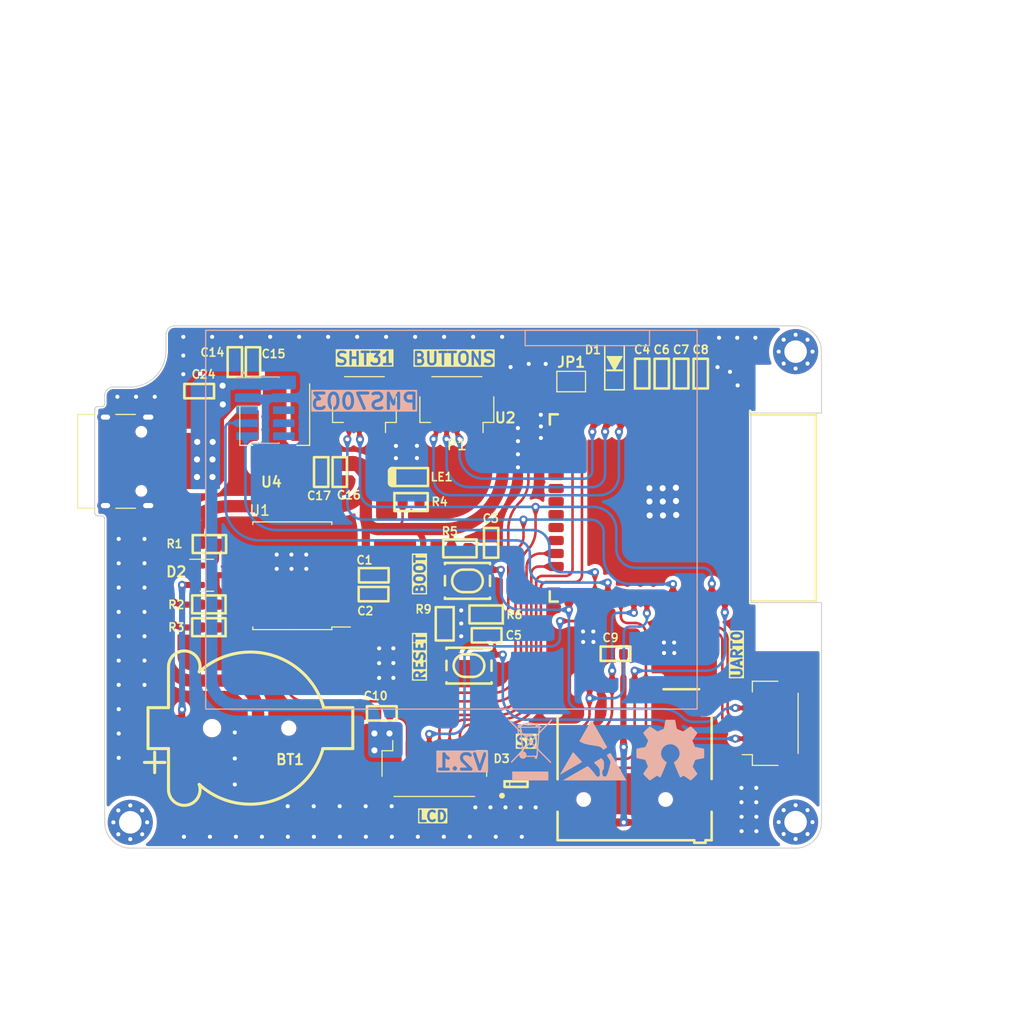
<source format=kicad_pcb>
(kicad_pcb (version 20221018) (generator pcbnew)
  (layers (0 "F.Cu" signal) (31 "B.Cu" signal) (34 "B.Paste" user) (35 "F.Paste" user) (36 "B.SilkS" user "B.Silkscreen") (37 "F.SilkS" user "F.Silkscreen") (38 "B.Mask" user) (39 "F.Mask" user) (44 "Edge.Cuts" user))
  (net 0 "")
  (net 1 "GND")
  (net 2 "Net-(D1-K)")
  (net 3 "+3.3V")
  (net 4 "VBUS")
  (net 5 "/BOOT")
  (net 6 "/RST")
  (net 9 "/RX0")
  (net 10 "/TX0")
  (net 11 "/BUTT_OK")
  (net 12 "/BUTT_UP")
  (net 13 "/BUTT_DW")
  (net 14 "/SPI_RST")
  (net 15 "/SPI_CS")
  (net 16 "/I2C_SDA")
  (net 17 "/I2C_SCL")
  (net 18 "/ESP32_TXD2")
  (net 19 "/ESP32_RXD2")
  (net 26 "Net-(D2-Pad1)")
  (net 27 "Net-(U1-VBAT)")
  (net 30 "/SPI_DC")
  (net 31 "/SPI_DIN")
  (net 32 "/SPI_SCK")
  (net 52 "/SD_CS")
  (net 53 "/SD_CLK")
  (net 54 "/SD_MISO")
  (net 55 "/SD_MOSI")
  (net 56 "+BATT")
  (net 57 "Net-(LE1-Pad1)")
  (footprint "IVS_footprints:C_0603" (layer "F.Cu") (at 69.43 88.18 180)
    (fp_text reference "C24")
    (fp_text value "10uF")
  )
  (footprint "IVS_footprints:C_0603" (layer "F.Cu") (at 114.615 86.47 90)
    (fp_text reference "C6")
    (fp_text value "1uF")
  )
  (footprint "IVS_footprints:C_0603" (layer "F.Cu") (at 110.1 113.83 180)
    (fp_text reference "C9")
    (fp_text value "100nF")
  )
  (footprint "IVS_footprints:LED0603" (layer "F.Cu") (at 90.1775 96.5675)
    (fp_text reference "LE1")
    (fp_text value "Led" hide)
  )
  (footprint "IVS_footprints:MicroSD_Socket_9P" (layer "F.Cu") (at 111.59 128.07)
    (fp_text reference "J5" hide)
    (fp_text value "Micro_SD_Card")
  )
  (footprint "IVS_footprints:C_0603" (layer "F.Cu") (at 86.465 108.01)
    (fp_text reference "C2")
    (fp_text value "10uF")
  )
  (footprint "IVS_footprints:C_0603" (layer "F.Cu") (at 116.52 86.47 90)
    (fp_text reference "C7")
    (fp_text value "100nF")
  )
  (footprint "IVS_footprints:R0603" (layer "F.Cu") (at 94.9025 103.515)
    (fp_text reference "R5")
    (fp_text value "10K" hide)
  )
  (footprint "IVS_footprints:JST_SH_SM04B-SRSS-TB_1x04-1MP_P1.00mm_Horizontal" (layer "F.Cu") (at 85.57 89.455 180)
    (fp_text reference "SENSOR1" hide)
    (fp_text value "~")
  )
  (footprint "IVS_footprints:USB_C_Receptacle_XKB_U262-16XN-4BVC11" (layer "F.Cu") (at 61.35 95.04 -90)
    (fp_text reference "J1" hide)
    (fp_text value "USB_C_Receptacle" hide)
  )
  (footprint "IVS_footprints:ESP32-WROOM-32" (layer "F.Cu") (at 113.805 99.595 -90)
    (fp_text reference "U2")
    (fp_text value "ESP32-WROOM-32D")
  )
  (footprint "IVS_footprints:C_0603" (layer "F.Cu") (at 97.51 112.035 180)
    (fp_text reference "C5")
    (fp_text value "10uF")
  )
  (footprint "Jumper:SolderJumper-2_P1.3mm_Open_Pad1.0x1.5mm" (layer "F.Cu") (at 105.77 87.245 180)
    (fp_text reference "JP1")
    (fp_text value "SolderJumper_2_Open" hide)
  )
  (footprint "Package_TO_SOT_SMD:SOT-23" (layer "F.Cu") (at 70.19 106.165)
    (fp_text reference "D2")
    (fp_text value "BAT54C")
  )
  (footprint "IVS_footprints:R0603" (layer "F.Cu") (at 70.43 103.095)
    (fp_text reference "R1")
    (fp_text value "10K" hide)
  )
  (footprint "IVS_footprints:JST_SH_SM06B-SRSS-TB_1x06-1MP_P1.00mm_Horizontal" (layer "F.Cu") (at 125.25 120.63 90)
    (fp_text reference "J4" hide)
    (fp_text value "SOCKET_1x6")
  )
  (footprint "IVS_footprints:JST_SH_SM08B-SRSS-TB_1x08-1MP_P1.00mm_Horizontal" (layer "F.Cu") (at 92.4 125.09)
    (fp_text reference "LCD1" hide)
    (fp_text value "~")
  )
  (footprint "IVS_footprints:R0603" (layer "F.Cu") (at 97.4625 110.02 180)
    (fp_text reference "R6")
    (fp_text value "10K" hide)
  )
  (footprint "IVS_footprints:C_0603" (layer "F.Cu") (at 72.912 85.344 90)
    (fp_text reference "C14")
    (fp_text value "1uF")
  )
  (footprint "IVS_footprints:D_MiniMELF" (layer "F.Cu") (at 110 85.55 90)
    (fp_text reference "D1")
    (fp_text value "D_Zener")
  )
  (footprint "IVS_footprints:C_0603" (layer "F.Cu") (at 74.69 85.344 90)
    (fp_text reference "C15")
    (fp_text value "100nF")
  )
  (footprint "IVS_footprints:R0603" (layer "F.Cu") (at 90.13 98.9925)
    (fp_text reference "R4")
    (fp_text value "5k6" hide)
  )
  (footprint "MountingHole:MountingHole_2.2mm_M2_Pad_Via" (layer "F.Cu") (at 62.7 130.3)
    (fp_text reference "H3" hide)
    (fp_text value "MountingHole")
  )
  (footprint "IVS_footprints:SW_SPST_PTS810" (layer "F.Cu") (at 95.599826 106.740144)
    (fp_text reference "SW1" hide)
    (fp_text value "BOOT" hide)
  )
  (footprint "IVS_footprints:SW_SPST_PTS810" (layer "F.Cu") (at 95.749826 115.020144)
    (fp_text reference "SW3" hide)
    (fp_text value "RESET" hide)
  )
  (footprint "MountingHole:MountingHole_2.2mm_M2_Pad_Via" (layer "F.Cu") (at 127.69 130.28)
    (fp_text reference "H2" hide)
    (fp_text value "MountingHole")
  )
  (footprint "MountingHole:MountingHole_2.2mm_M2_Pad_Via" (layer "F.Cu") (at 127.69 84.323274)
    (fp_text reference "H1" hide)
    (fp_text value "MountingHole")
  )
  (footprint "IVS_footprints:TSSOP-6" (layer "F.Cu") (at 100.41 126.57)
    (fp_text reference "D3")
    (fp_text value "SMF05C" hide)
  )
  (footprint "IVS_footprints:C_0603" (layer "F.Cu") (at 87.27 119.66 180)
    (fp_text reference "C10")
    (fp_text value "10uF")
  )
  (footprint "IVS_footprints:BatteryHolder_CR1220" (layer "F.Cu") (at 74.435 121.100003 180)
    (fp_text reference "BT1")
    (fp_text value "Battery_Cell" hide)
  )
  (footprint "IVS_footprints:C_0603" (layer "F.Cu") (at 81.35 96.085 -90)
    (fp_text reference "C17")
    (fp_text value "100nF")
  )
  (footprint "IVS_footprints:C_0603" (layer "F.Cu") (at 86.485 106.17)
    (fp_text reference "C1")
    (fp_text value "10uF")
  )
  (footprint "IVS_footprints:R0603" (layer "F.Cu") (at 93.44 110.91 -90)
    (fp_text reference "R9")
    (fp_text value "10K" hide)
  )
  (footprint "IVS_footprints:JST_SH_SM05B-SRSS-TB_1x05-1MP_P1.00mm_Horizontal" (layer "F.Cu") (at 94.6 89.454 180)
    (fp_text reference "P1")
    (fp_text value "~")
  )
  (footprint "IVS_footprints:C_0603" (layer "F.Cu") (at 112.71 86.47 90)
    (fp_text reference "C4")
    (fp_text value "10uF")
  )
  (footprint "IVS_footprints:R0603" (layer "F.Cu") (at 70.38 111.265 180)
    (fp_text reference "R3")
    (fp_text value "10K" hide)
  )
  (footprint "IVS_footprints:C_0603" (layer "F.Cu") (at 118.425 86.47 90)
    (fp_text reference "C8")
    (fp_text value "33pF")
  )
  (footprint "IVS_footprints:C_0603" (layer "F.Cu") (at 97.95 103 90)
    (fp_text reference "C3")
    (fp_text value "10uF")
  )
  (footprint "Package_SO:SOIC-16W_7.5x10.3mm_P1.27mm" (layer "F.Cu") (at 78.53 106.215 180)
    (fp_text reference "U1")
    (fp_text value "DS3231M")
  )
  (footprint "Package_TO_SOT_SMD:SOT-223-3_TabPin2" (layer "F.Cu") (at 76.81 91.57 -90)
    (fp_text reference "U4")
    (fp_text value "AMS1117-3.3")
  )
  (footprint "IVS_footprints:C_0603" (layer "F.Cu") (at 83.16 96.085 -90)
    (fp_text reference "C16")
    (fp_text value "1uF")
  )
  (footprint "IVS_footprints:R0603" (layer "F.Cu") (at 70.38 109.035 180)
    (fp_text reference "R2")
    (fp_text value "10K" hide)
  )
  (footprint "Symbol:OSHW-Symbol_6.7x6mm_SilkScreen" (layer "B.Cu") (at 115.46 123.260288 180)
    (fp_text reference "REF**" hide)
    (fp_text value "OSHW-Symbol_6.7x6mm_SilkScreen" hide)
  )
  (footprint "Symbol:WEEE-Logo_4.2x6mm_SilkScreen" (layer "B.Cu") (at 101.76 123.190349 180)
    (fp_text reference "REF**" hide)
    (fp_text value "WEEE-Logo_4.2x6mm_SilkScreen" hide)
  )
  (footprint "Symbol:ESD-Logo_6.6x6mm_SilkScreen" (layer "B.Cu") (at 107.91 123.25 180)
    (fp_text reference "REF**" hide)
    (fp_text value "ESD-Logo_6.6x6mm_SilkScreen" hide)
  )
  (footprint "IVS_footprints:PMS7003" (layer "B.Cu") (at 94.17 99.74 180)
    (fp_text reference "SENSOR2" hide)
    (fp_text value "PMS7003")
  )
  (gr_arc (start 60.199324 89.4) (mid 60.113051 89.608313) (end 59.904738 89.694586) (stroke (width 0.1)) (layer "Edge.Cuts"))
  (gr_line (start 60.2 130.3) (end 60.2 100.66) (stroke (width 0.1)) (layer "Edge.Cuts"))
  (gr_arc (start 62.72 132.82) (mid 60.938091 132.081909) (end 60.2 130.3) (stroke (width 0.1)) (layer "Edge.Cuts"))
  (gr_line (start 60.199324 89.4) (end 60.199324 88.626949) (stroke (width 0.1)) (layer "Edge.Cuts"))
  (gr_line (start 130.22 108.83) (end 130.22 130.3) (stroke (width 0.1)) (layer "Edge.Cuts"))
  (gr_arc (start 59.904738 100.36) (mid 60.113051 100.446273) (end 60.199324 100.654586) (stroke (width 0.1)) (layer "Edge.Cuts"))
  (gr_arc (start 130.22 130.3) (mid 129.481909 132.081909) (end 127.7 132.82) (stroke (width 0.1)) (layer "Edge.Cuts"))
  (gr_arc (start 60.199324 88.626949) (mid 60.445552 88.032501) (end 61.04 87.786273) (stroke (width 0.1)) (layer "Edge.Cuts"))
  (gr_line (start 130.22 90.32) (end 123.32625 90.32) (stroke (width 0.1)) (layer "Edge.Cuts"))
  (gr_line (start 130.22 84.32) (end 130.22 90.32) (stroke (width 0.1)) (layer "Edge.Cuts"))
  (gr_line (start 66.186273 84.24) (end 66.186273 82.64) (stroke (width 0.1)) (layer "Edge.Cuts"))
  (gr_arc (start 66.186273 82.64) (mid 66.432501 82.045552) (end 67.026949 81.799324) (stroke (width 0.1)) (layer "Edge.Cuts"))
  (gr_arc (start 59.22 89.99) (mid 59.306273 89.781687) (end 59.514586 89.695414) (stroke (width 0.1)) (layer "Edge.Cuts"))
  (gr_line (start 59.904738 89.694586) (end 59.52 89.694586) (stroke (width 0.1)) (layer "Edge.Cuts"))
  (gr_line (start 62.64 87.786273) (end 61.04 87.786273) (stroke (width 0.1)) (layer "Edge.Cuts"))
  (gr_arc (start 59.514586 100.36) (mid 59.306273 100.273727) (end 59.22 100.065414) (stroke (width 0.1)) (layer "Edge.Cuts"))
  (gr_arc (start 127.7 81.8) (mid 129.481897 82.538093) (end 130.22 84.32) (stroke (width 0.1)) (layer "Edge.Cuts"))
  (gr_line (start 123.32625 90.32) (end 123.32625 108.83) (stroke (width 0.1)) (layer "Edge.Cuts"))
  (gr_line (start 59.904738 100.36) (end 59.51 100.36) (stroke (width 0.1)) (layer "Edge.Cuts"))
  (gr_line (start 67.02 81.8) (end 127.7 81.8) (stroke (width 0.1)) (layer "Edge.Cuts"))
  (gr_line (start 59.22 100.065414) (end 59.22 89.99) (stroke (width 0.1)) (layer "Edge.Cuts"))
  (gr_line (start 123.32625 108.83) (end 130.22 108.83) (stroke (width 0.1)) (layer "Edge.Cuts"))
  (gr_line (start 127.7 132.82) (end 62.72 132.82) (stroke (width 0.1)) (layer "Edge.Cuts"))
  (gr_arc (start 66.186273 84.24) (mid 65.147594 86.747594) (end 62.64 87.786273) (stroke (width 0.1)) (layer "Edge.Cuts"))
  (gr_text "V2.1" (at 95.05 124.423885) (layer "B.SilkS" knockout) (effects (font (size 1.5 1.5) (thickness 0.3) bold) (justify mirror)))
  (gr_text "PMS7003" (at 85.59 89.19) (layer "B.SilkS" knockout) (effects (font (size 1.5 1.5) (thickness 0.3)) (justify mirror)))
  (gr_text "SHT31" (at 85.59 85) (layer "F.SilkS" knockout) (effects (font (size 1.2 1.2) (thickness 0.24) bold)))
  (gr_text "BUTTONS" (at 94.3 85.01) (layer "F.SilkS" knockout) (effects (font (size 1.2 1.2) (thickness 0.24) bold)))
  (gr_text "SD" (at 101.38 122.43) (layer "F.SilkS" knockout) (effects (font (size 1 1) (thickness 0.24) bold)))
  (gr_text "RESET" (at 91 114.2 90) (layer "F.SilkS" knockout) (effects (font (size 1 1) (thickness 0.24) bold)))
  (gr_text "LCD" (at 92.22 129.72) (layer "F.SilkS" knockout) (effects (font (size 1 1) (thickness 0.24) bold)))
  (gr_text "UART0" (at 121.96 113.92 90) (layer "F.SilkS" knockout) (effects (font (size 1 1) (thickness 0.24) bold)))
  (gr_text "BOOT" (at 91 106.11 90) (layer "F.SilkS" knockout) (effects (font (size 1 1) (thickness 0.24) bold)))
  (segment (start 100.41 126.9) (end 100.41 127.52) (width 0.25) (layer "F.Cu") (net 1))
  (segment (start 98.71 128.606105) (end 98.71 127.012055) (width 0.25) (layer "F.Cu") (net 1))
  (segment (start 99.152055 126.57) (end 100.08 126.57) (width 0.25) (layer "F.Cu") (net 1))
  (segment (start 100.41 127.52) (end 100.41 128.4225) (width 0.25) (layer "F.Cu") (net 1))
  (segment (start 99.355 128.84) (end 98.943895 128.84) (width 0.25) (layer "F.Cu") (net 1))
  (via (at 123.86 131.17) (size 0.8) (drill 0.4) (layers "F.Cu" "B.Cu") (net 1))
  (via (at 61.57 114.49894) (size 0.8) (drill 0.4) (layers "F.Cu" "B.Cu") (net 1))
  (via (at 122.4 126.93) (size 0.8) (drill 0.4) (layers "F.Cu" "B.Cu") (net 1))
  (via (at 100.57 93.07) (size 0.8) (drill 0.4) (layers "F.Cu" "B.Cu") (net 1))
  (via (at 99.85 85.83) (size 0.8) (drill 0.4) (layers "F.Cu" "B.Cu") (net 1))
  (via (at 90.52666 82.88) (size 0.8) (drill 0.4) (layers "F.Cu" "B.Cu") (net 1))
  (via (at 61.57 109.747364) (size 0.8) (drill 0.4) (layers "F.Cu" "B.Cu") (net 1))
  (via (at 122.41 131.17) (size 0.8) (drill 0.4) (layers "F.Cu" "B.Cu") (net 1))
  (via (at 90.7 94.72) (size 0.8) (drill 0.4) (layers "F.Cu" "B.Cu") (net 1))
  (via (at 80.618419 128.73) (size 0.8) (drill 0.4) (layers "F.Cu" "B.Cu") (net 1))
  (via (at 67.942636 131.71) (size 0.8) (drill 0.4) (layers "F.Cu" "B.Cu") (net 1))
  (via (at 85.711569 131.71) (size 0.8) (drill 0.4) (layers "F.Cu" "B.Cu") (net 1))
  (via (at 88.249988 131.71) (size 0.8) (drill 0.4) (layers "F.Cu" "B.Cu") (net 1))
  (via (at 95.865245 131.71) (size 0.8) (drill 0.4) (layers "F.Cu" "B.Cu") (net 1))
  (via (at 87.01 113.305) (size 0.8) (drill 0.4) (layers "F.Cu" "B.Cu") (net 1))
  (via (at 95.03 110.88) (size 0.8) (drill 0.4) (layers "F.Cu" "B.Cu") (net 1))
  (via (at 101.62 85.52) (size 0.8) (drill 0.4) (layers "F.Cu" "B.Cu") (net 1))
  (via (at 64.09 104.995788) (size 0.8) (drill 0.4) (layers "F.Cu" "B.Cu") (net 1))
  (via (at 78.45 105.54) (size 0.8) (drill 0.4) (layers "F.Cu" "B.Cu") (net 1))
  (via (at 100.942092 131.71) (size 0.8) (drill 0.4) (layers "F.Cu" "B.Cu") (net 1))
  (via (at 64.09 112.123152) (size 0.8) (drill 0.4) (layers "F.Cu" "B.Cu") (net 1))
  (via (at 77 104.15) (size 0.8) (drill 0.4) (layers "F.Cu" "B.Cu") (net 1))
  (via (at 61.57 107.371576) (size 0.8) (drill 0.4) (layers "F.Cu" "B.Cu") (net 1))
  (via (at 78.445 104.15) (size 0.8) (drill 0.4) (layers "F.Cu" "B.Cu") (net 1))
  (via (at 100.57 94.35) (size 0.8) (drill 0.4) (layers "F.Cu" "B.Cu") (net 1))
  (via (at 87.69428 82.88) (size 0.8) (drill 0.4) (layers "F.Cu" "B.Cu") (net 1))
  (via (at 114.83 112.74) (size 0.8) (drill 0.4) (layers "F.Cu" "B.Cu") (net 1))
  (via (at 88.65 94.73) (size 0.8) (drill 0.4) (layers "F.Cu" "B.Cu") (net 1))
  (via (at 64.09 102.62) (size 0.8) (drill 0.4) (layers "F.Cu" "B.Cu") (net 1))
  (via (at 83.17315 131.71) (size 0.8) (drill 0.4) (layers "F.Cu" "B.Cu") (net 1))
  (via (at 73.019474 131.71) (size 0.8) (drill 0.4) (layers "F.Cu" "B.Cu") (net 1))
  (via (at 78.08 128.73) (size 0.8) (drill 0.4) (layers "F.Cu" "B.Cu") (net 1))
  (via (at 73.53238 82.88) (size 0.8) (drill 0.4) (layers "F.Cu" "B.Cu") (net 1))
  (via (at 88.233676 128.73) (size 0.8) (drill 0.4) (layers "F.Cu" "B.Cu") (net 1))
  (via (at 99.0238 82.88) (size 0.8) (drill 0.4) (layers "F.Cu" "B.Cu") (net 1))
  (via (at 88.4 113.3) (size 0.8) (drill 0.4) (layers "F.Cu" "B.Cu") (net 1))
  (via (at 106.94 112.68) (size 0.8) (drill 0.4) (layers "F.Cu" "B.Cu") (net 1))
  (via (at 102.81 92.76) (size 0.8) (drill 0.4) (layers "F.Cu" "B.Cu") (net 1))
  (via (at 83.156838 128.73) (size 0.8) (drill 0.4) (layers "F.Cu" "B.Cu") (net 1))
  (via (at 100.8275 128.84) (size 0.8) (drill 0.4) (layers "F.Cu" "B.Cu") (net 1))
  (via (at 67.88 82.88) (size 0.8) (drill 0.4) (layers "F.Cu" "B.Cu") (net 1))
  (via (at 120.06 85.84) (size 0.8) (drill 0.4) (layers "F.Cu" "B.Cu") (net 1))
  (via (at 100.57 95.63) (size 0.8) (drill 0.4) (layers "F.Cu" "B.Cu") (net 1))
  (via (at 122.03 87.62) (size 0.8) (drill 0.4) (layers "F.Cu" "B.Cu") (net 1))
  (via (at 107.93 111.66) (size 0.8) (drill 0.4) (layers "F.Cu" "B.Cu") (net 1))
  (via (at 121.28 86.29) (size 0.8) (drill 0.4) (layers "F.Cu" "B.Cu") (net 1))
  (via (at 122.4 128.343333) (size 0.8) (drill 0.4) (layers "F.Cu" "B.Cu") (net 1))
  (via (at 121.9865 82.97) (size 0.8) (drill 0.4) (layers "F.Cu" "B.Cu") (net 1))
  (via (at 115.84 113.76) (size 0.8) (drill 0.4) (layers "F.Cu" "B.Cu") (net 1))
  (via (at 106.93 111.66) (size 0.8) (drill 0.4) (layers "F.Cu" "B.Cu") (net 1))
  (via (at 88.4 116.19) (size 0.8) (drill 0.4) (layers "F.Cu" "B.Cu") (net 1))
  (via (at 64.09 109.747364) (size 0.8) (drill 0.4) (layers "F.Cu" "B.Cu") (net 1))
  (via (at 65.09 88.73) (size 0.8) (drill 0.4) (layers "F.Cu" "B.Cu") (net 1))
  (via (at 72.91 126.601581) (size 0.8) (drill 0.4) (layers "F.Cu" "B.Cu") (net 1))
  (via (at 98.403664 131.71) (size 0.8) (drill 0.4) (layers "F.Cu" "B.Cu") (net 1))
  (via (at 87.01 116.195) (size 0.8) (drill 0.4) (layers "F.Cu" "B.Cu") (net 1))
  (via (at 123.761 82.97) (size 0.8) (drill 0.4) (layers "F.Cu" "B.Cu") (net 1))
  (via (at 61.57 124.002092) (size 0.8) (drill 0.4) (layers "F.Cu" "B.Cu") (net 1))
  (via (at 76.36476 82.88) (size 0.8) (drill 0.4) (layers "F.Cu" "B.Cu") (net 1))
  (via (at 102.3 128.84) (size 0.8) (drill 0.4) (layers "F.Cu" "B.Cu") (net 1))
  (via (at 103.28 85.52) (size 0.8) (drill 0.4) (layers "F.Cu" "B.Cu") (net 1))
  (via (at 114.84 113.76) (size 0.8) (drill 0.4) (layers "F.Cu" "B.Cu") (net 1))
  (via (at 64.09 114.49894) (size 0.8) (drill 0.4) (layers "F.Cu" "B.Cu") (net 1))
  (via (at 102.8 90.49) (size 0.8) (drill 0.4) (layers "F.Cu" "B.Cu") (net 1))
  (via (at 100.56 91.79) (size 0.8) (drill 0.4) (layers "F.Cu" "B.Cu") (net 1))
  (via (at 67.88 84.705) (size 0.8) (drill 0.4) (layers "F.Cu" "B.Cu") (net 1))
  (via (at 96.19142 82.88) (size 0.8) (drill 0.4) (layers "F.Cu" "B.Cu") (net 1))
  (via (at 90.7 93.52) (size 0.8) (drill 0.4) (layers "F.Cu" "B.Cu") (net 1))
  (via (at 99.355 128.84) (size 0.8) (drill 0.4) (layers "F.Cu" "B.Cu") (net 1))
  (via (at 88.65 93.53) (size 0.8) (drill 0.4) (layers "F.Cu" "B.Cu") (net 1))
  (via (at 79.19714 82.88) (size 0.8) (drill 0.4) (layers "F.Cu" "B.Cu") (net 1))
  (via (at 97.8825 128.84) (size 0.8) (drill 0.4) (layers "F.Cu" "B.Cu") (net 1))
  (via (at 70.7 82.88) (size 0.8) (drill 0.4) (layers "F.Cu" "B.Cu") (net 1))
  (via (at 77.005 105.54) (size 0.8) (drill 0.4) (layers "F.Cu" "B.Cu") (net 1))
  (via (at 79.89 104.15) (size 0.8) (drill 0.4) (layers "F.Cu" "B.Cu") (net 1))
  (via (at 93.35904 82.88) (size 0.8) (drill 0.4) (layers "F.Cu" "B.Cu") (net 1))
  (via (at 122.41 129.756666) (size 0.8) (drill 0.4) (layers "F.Cu" "B.Cu") (net 1))
  (via (at 93.326826 131.71) (size 0.8) (drill 0.4) (layers "F.Cu" "B.Cu") (net 1))
  (via (at 61.57 119.250516) (size 0.8) (drill 0.4) (layers "F.Cu" "B.Cu") (net 1))
  (via (at 61.44 88.73) (size 0.8) (drill 0.4) (layers "F.Cu" "B.Cu") (net 1))
  (via (at 82.02952 82.88) (size 0.8) (drill 0.4) (layers "F.Cu" "B.Cu") (net 1))
  (via (at 120.212 82.97) (size 0.8) (drill 0.4) (layers "F.Cu" "B.Cu") (net 1))
  (via (at 87.01 114.75) (size 0.8) (drill 0.4) (layers "F.Cu" "B.Cu") (net 1))
  (via (at 85.695257 128.73) (size 0.8) (drill 0.4) (layers "F.Cu" "B.Cu") (net 1))
  (via (at 95.03 112.13) (size 0.8) (drill 0.4) (layers "F.Cu" "B.Cu") (net 1))
  (via (at 88.4 114.745) (size 0.8) (drill 0.4) (layers "F.Cu" "B.Cu") (net 1))
  (via (at 80.634731 131.71) (size 0.8) (drill 0.4) (layers "F.Cu" "B.Cu") (net 1))
  (via (at 123.86 129.756666) (size 0.8) (drill 0.4) (layers "F.Cu" "B.Cu") (net 1))
  (via (at 75.557893 131.71) (size 0.8) (drill 0.4) (layers "F.Cu" "B.Cu") (net 1))
  (via (at 123.85 128.343333) (size 0.8) (drill 0.4) (layers "F.Cu" "B.Cu") (net 1))
  (via (at 61.57 104.995788) (size 0.8) (drill 0.4) (layers "F.Cu" "B.Cu") (net 1))
  (via (at 63.265 88.73) (size 0.8) (drill 0.4) (layers "F.Cu" "B.Cu") (net 1))
  (via (at 64.09 116.874728) (size 0.8) (drill 0.4) (layers "F.Cu" "B.Cu") (net 1))
  (via (at 61.57 102.62) (size 0.8) (drill 0.4) (layers "F.Cu" "B.Cu") (net 1))
  (via (at 96.41 128.84) (size 0.8) (drill 0.4) (layers "F.Cu" "B.Cu") (net 1))
  (via (at 115.83 112.74) (size 0.8) (drill 0.4) (layers "F.Cu" "B.Cu") (net 1))
  (via (at 61.57 116.874728) (size 0.8) (drill 0.4) (layers "F.Cu" "B.Cu") (net 1))
  (via (at 90.788407 131.71) (size 0.8) (drill 0.4) (layers "F.Cu" "B.Cu") (net 1))
  (via (at 78.096312 131.71) (size 0.8) (drill 0.4) (layers "F.Cu" "B.Cu") (net 1))
  (via (at 72.91 124.063162) (size 0.8) (drill 0.4) (layers "F.Cu" "B.Cu") (net 1))
  (via (at 67.88 86.53) (size 0.8) (drill 0.4) (layers "F.Cu" "B.Cu") (net 1))
  (via (at 64.09 107.371576) (size 0.8) (drill 0.4) (layers "F.Cu" "B.Cu") (net 1))
  (via (at 61.57 121.626304) (size 0.8) (drill 0.4) (layers "F.Cu" "B.Cu") (net 1))
  (via (at 102.81 91.63) (size 0.8) (drill 0.4) (layers "F.Cu" "B.Cu") (net 1))
  (via (at 72.91 121.524743) (size 0.8) (drill 0.4) (layers "F.Cu" "B.Cu") (net 1))
  (via (at 107.94 112.68) (size 0.8) (drill 0.4) (layers "F.Cu" "B.Cu") (net 1))
  (via (at 61.57 112.123152) (size 0.8) (drill 0.4) (layers "F.Cu" "B.Cu") (net 1))
  (via (at 123.85 126.93) (size 0.8) (drill 0.4) (layers "F.Cu" "B.Cu") (net 1))
  (via (at 95.03 109.6) (size 0.8) (drill 0.4) (layers "F.Cu" "B.Cu") (net 1))
  (via (at 70.481055 131.71) (size 0.8) (drill 0.4) (layers "F.Cu" "B.Cu") (net 1))
  (via (at 79.895 105.54) (size 0.8) (drill 0.4) (layers "F.Cu" "B.Cu") (net 1))
  (via (at 84.8619 82.88) (size 0.8) (drill 0.4) (layers "F.Cu" "B.Cu") (net 1))
  (arc (start 98.71 127.012055) (mid 98.839475 126.699475) (end 99.152055 126.57) (width 0.25) (layer "F.Cu") (net 1))
  (arc (start 100.08 126.57) (mid 100.313345 126.666655) (end 100.41 126.9) (width 0.25) (layer "F.Cu") (net 1))
  (arc (start 100.41 128.4225) (mid 100.532283 128.717717) (end 100.8275 128.84) (width 0.25) (layer "F.Cu") (net 1))
  (arc (start 98.943895 128.84) (mid 98.778506 128.771494) (end 98.71 128.606105) (width 0.25) (layer "F.Cu") (net 1))
  (segment (start 120.785 88.221136) (end 120.785 90.845) (width 1) (layer "F.Cu") (net 2))
  (segment (start 118.425 87.245) (end 119.808864 87.245) (width 1.2) (layer "F.Cu") (net 2))
  (segment (start 118.425 87.245) (end 106.52 87.245) (width 1.2) (layer "F.Cu") (net 2))
  (arc (start 119.808864 87.245) (mid 120.499096 87.530904) (end 120.785 88.221136) (width 1) (layer "F.Cu") (net 2))
  (segment (start 85.02251 109.39) (end 83.18 109.39) (width 0.6) (layer "F.Cu") (net 3))
  (segment (start 66.31 114.06) (end 66.31 109.28) (width 1.2) (layer "F.Cu") (net 3))
  (segment (start 66.31 107.45) (end 66.31 105.495) (width 1.2) (layer "F.Cu") (net 3))
  (segment (start 68.71 116.46) (end 71.948847 116.46) (width 1.2) (layer "F.Cu") (net 3))
  (segment (start 93.44 110.08) (end 92.613625 110.08) (width 0.6) (layer "F.Cu") (net 3))
  (segment (start 96.6 91.454) (end 97.760132 91.454) (width 0.6) (layer "F.Cu") (net 3))
  (segment (start 99.07 89.62) (end 99.07 95.938472) (width 1.2) (layer "F.Cu") (net 3))
  (segment (start 105.12 87.245) (end 101.445 87.245) (width 1.2) (layer "F.Cu") (net 3))
  (segment (start 69.56 111.265) (end 67.955279 111.265) (width 0.6) (layer "F.Cu") (net 3))
  (segment (start 117.35 128.57) (end 117.35 127.07) (width 0.6) (layer "F.Cu") (net 3))
  (segment (start 72.385003 99.42) (end 83.09 99.42) (width 1.2) (layer "F.Cu") (net 3))
  (segment (start 87.07 93.925443) (end 87.07 91.455) (width 0.6) (layer "F.Cu") (net 3))
  (segment (start 75.18 119.691153) (end 75.18 127.1) (width 1.2) (layer "F.Cu") (net 3))
  (segment (start 66.31 109.28) (end 66.31 107.45) (width 1.2) (layer "F.Cu") (net 3))
  (segment (start 81.68 130.31) (end 88.39 130.31) (width 0.8) (layer "F.Cu") (net 3))
  (segment (start 83.15 95.23) (end 84.85 95.23) (width 1.2) (layer "F.Cu") (net 3))
  (segment (start 89.3 98.9925) (end 89.3 100.623116) (width 0.25) (layer "F.Cu") (net 3))
  (segment (start 85.71 96.09) (end 85.71 100.455) (width 1.2) (layer "F.Cu") (net 3))
  (segment (start 86.91 101.655) (end 88.268116 101.655) (width 0.25) (layer "F.Cu") (net 3))
  (segment (start 91.32 108.786375) (end 91.32 103) (width 0.6) (layer "F.Cu") (net 3))
  (segment (start 110.87 116.845) (end 110.87 122.92) (width 0.6) (layer "F.Cu") (net 3))
  (segment (start 110.875 113.83) (end 110.875 116.84) (width 0.4) (layer "F.Cu") (net 3))
  (segment (start 69.56 109.035) (end 67.895 109.035) (width 0.6) (layer "F.Cu") (net 3))
  (segment (start 85.71 100.455) (end 85.71 107.99) (width 0.8) (layer "F.Cu") (net 3))
  (segment (start 119.41 125.01) (end 123.39 125.01) (width 0.6) (layer "F.Cu") (net 3))
  (segment (start 88.39 130.31) (end 110.9 130.31) (width 0.8) (layer "F.Cu") (net 3))
  (segment (start 69.6 103.095) (end 69.6 102.205003) (width 0.6) (layer "F.Cu") (net 3))
  (segment (start 90.32 130.31) (end 88.39 130.31) (width 0.6) (layer "F.Cu") (net 3))
  (segment (start 95.97 124.66) (end 95.97 123.09) (width 0.6) (layer "F.Cu") (net 3))
  (segment (start 66.31 109.28) (end 66.31 109.619721) (width 0.6) (layer "F.Cu") (net 3))
  (segment (start 125.62 122.78) (end 125.62 119.068756) (width 0.6) (layer "F.Cu") (net 3))
  (segment (start 99.07 92.763868) (end 99.07 95.938472) (width 0.6) (layer "F.Cu") (net 3))
  (segment (start 124.681244 118.13) (end 123.25 118.13) (width 0.6) (layer "F.Cu") (net 3))
  (segment (start 93.353472 101.655) (end 86.91 101.655) (width 1.2) (layer "F.Cu") (net 3))
  (segment (start 85.765443 95.23) (end 81.34 95.23) (width 0.6) (layer "F.Cu") (net 3))
  (segment (start 85.69 108.01) (end 85.69 108.72251) (width 0.6) (layer "F.Cu") (net 3))
  (segment (start 94.0725 103.515) (end 94.0725 102.374028) (width 0.4) (layer "F.Cu") (net 3))
  (segment (start 89.975 101.655) (end 88.268116 101.655) (width 0.6) (layer "F.Cu") (net 3))
  (segment (start 85.71 96.8) (end 85.71 96.09) (width 1.2) (layer "F.Cu") (net 3))
  (segment (start 110.9 130.31) (end 115.61 130.31) (width 0.6) (layer "F.Cu") (net 3))
  (segment (start 81.68 130.31) (end 78.39 130.31) (width 0.8) (layer "F.Cu") (net 3))
  (via (at 110.9 122.95) (size 0.8) (drill 0.4) (layers "F.Cu" "B.Cu") (net 3))
  (via (at 110.9 130.31) (size 0.8) (drill 0.4) (layers "F.Cu" "B.Cu") (net 3))
  (arc (start 110.87 122.92) (mid 110.878787 122.941213) (end 110.9 122.95) (width 0.25) (layer "F.Cu") (net 3))
  (arc (start 101.445 87.245) (mid 99.765621 87.940621) (end 99.07 89.62) (width 1.2) (layer "F.Cu") (net 3))
  (arc (start 94.0725 102.374028) (mid 93.861902 101.865598) (end 93.353472 101.655) (width 0.4) (layer "F.Cu") (net 3))
  (arc (start 67.955279 111.265) (mid 66.791891 110.783109) (end 66.31 109.619721) (width 0.6) (layer "F.Cu") (net 3))
  (arc (start 110.875 116.84) (mid 110.873536 116.843536) (end 110.87 116.845) (width 0.4) (layer "F.Cu") (net 3))
  (arc (start 91.32 103) (mid 90.926059 102.048941) (end 89.975 101.655) (width 0.6) (layer "F.Cu") (net 3))
  (arc (start 92.613625 110.08) (mid 91.698894 109.701106) (end 91.32 108.786375) (width 0.6) (layer "F.Cu") (net 3))
  (arc (start 69.6 102.205003) (mid 70.415708 100.235708) (end 72.385003 99.42) (width 0.6) (layer "F.Cu") (net 3))
  (arc (start 68.71 116.46) (mid 67.012944 115.757056) (end 66.31 114.06) (width 1.2) (layer "F.Cu") (net 3))
  (arc (start 85.71 100.455) (mid 86.061472 101.303528) (end 86.91 101.655) (width 1.2) (layer "F.Cu") (net 3))
  (arc (start 97.760132 91.454) (mid 98.686349 91.837651) (end 99.07 92.763868) (width 0.6) (layer "F.Cu") (net 3))
  (arc (start 99.07 95.938472) (mid 97.395668 99.980668) (end 93.353472 101.655) (width 1.2) (layer "F.Cu") (net 3))
  (arc (start 66.31 105.495) (mid 68.089327 101.199326) (end 72.385003 99.42) (width 1.2) (layer "F.Cu") (net 3))
  (arc (start 115.61 130.31) (mid 116.840366 129.800366) (end 117.35 128.57) (width 0.6) (layer "F.Cu") (net 3))
  (arc (start 89.3 100.623116) (mid 88.997768 101.352768) (end 88.268116 101.655) (width 0.25) (layer "F.Cu") (net 3))
  (arc (start 85.02251 109.39) (mid 85.494497 109.194497) (end 85.69 108.72251) (width 0.6) (layer "F.Cu") (net 3))
  (arc (start 83.09 99.42) (mid 84.94262 98.65262) (end 85.71 96.8) (width 1.2) (layer "F.Cu") (net 3))
  (arc (start 95.97 124.66) (mid 94.315153 128.655153) (end 90.32 130.31) (width 0.6) (layer "F.Cu") (net 3))
  (arc (start 84.85 95.23) (mid 85.458112 95.481888) (end 85.71 96.09) (width 1.2) (layer "F.Cu") (net 3))
  (arc (start 67.895 109.035) (mid 66.774236 108.570764) (end 66.31 107.45) (width 0.6) (layer "F.Cu") (net 3))
  (arc (start 85.765443 95.23) (mid 86.687904 94.847904) (end 87.07 93.925443) (width 0.6) (layer "F.Cu") (net 3))
  (arc (start 117.35 127.07) (mid 117.95336 125.61336) (end 119.41 125.01) (width 0.6) (layer "F.Cu") (net 3))
  (arc (start 125.62 119.068756) (mid 125.345045 118.404955) (end 124.681244 118.13) (width 0.6) (layer "F.Cu") (net 3))
  (arc (start 71.948847 116.46) (mid 74.233617 117.406383) (end 75.18 119.691153) (width 1.2) (layer "F.Cu") (net 3))
  (arc (start 123.39 125.01) (mid 124.966848 124.356848) (end 125.62 122.78) (width 0.6) (layer "F.Cu") (net 3))
  (arc (start 78.39 130.31) (mid 76.120187 129.369813) (end 75.18 127.1) (width 1) (layer "F.Cu") (net 3))
  (segment (start 110.9 122.95) (end 110.9 130.31) (width 0.6) (layer "B.Cu") (net 3))
  (segment (start 88.045 119.66) (end 88.045 121.595) (width 0.25) (layer "F.Cu") (net 4))
  (via (at 69.22 96.57) (size 1) (drill 0.6) (layers "F.Cu" "B.Cu") (net 4))
  (via (at 71.72 87.65) (size 1) (drill 0.6) (layers "F.Cu" "B.Cu") (net 4))
  (via (at 88.02 121.62) (size 1) (drill 0.6) (layers "F.Cu" "B.Cu") (net 4))
  (via (at 86.55 123.27) (size 1) (drill 0.6) (layers "F.Cu" "B.Cu") (net 4))
  (via (at 69.24 93.14) (size 1) (drill 0.6) (layers "F.Cu" "B.Cu") (net 4))
  (via (at 69.22 94.855) (size 1) (drill 0.6) (layers "F.Cu" "B.Cu") (net 4))
  (via (at 70.73 96.57) (size 1) (drill 0.6) (layers "F.Cu" "B.Cu") (net 4))
  (via (at 70.73 94.855) (size 1) (drill 0.6) (layers "F.Cu" "B.Cu") (net 4))
  (via (at 70.75 93.14) (size 1) (drill 0.6) (layers "F.Cu" "B.Cu") (net 4))
  (via (at 71.74 89.48) (size 1) (drill 0.6) (layers "F.Cu" "B.Cu") (net 4))
  (via (at 86.55 121.62) (size 1) (drill 0.6) (layers "F.Cu" "B.Cu") (net 4))
  (arc (start 88.045 121.595) (mid 88.037678 121.612678) (end 88.02 121.62) (width 0.25) (layer "F.Cu") (net 4))
  (segment (start 86.55 123.27) (end 86.55 120.290509) (width 1.2) (layer "B.Cu") (net 4))
  (segment (start 70.61 93.918242) (end 70.61 116.24) (width 1.2) (layer "B.Cu") (net 4))
  (segment (start 73.24 118.87) (end 85.129491 118.87) (width 1.2) (layer "B.Cu") (net 4))
  (arc (start 85.129491 118.87) (mid 86.133943 119.286057) (end 86.55 120.290509) (width 1.2) (layer "B.Cu") (net 4))
  (arc (start 70.61 116.24) (mid 71.380309 118.099691) (end 73.24 118.87) (width 1.2) (layer "B.Cu") (net 4))
  (segment (start 98.900182 105.640144) (end 97.937326 105.640144) (width 0.25) (layer "F.Cu") (net 5))
  (segment (start 95.7225 103.515) (end 97.69 103.515) (width 0.25) (layer "F.Cu") (net 5))
  (segment (start 93.287326 105.640144) (end 97.937326 105.640144) (width 0.25) (layer "F.Cu") (net 5))
  (segment (start 97.95 103.775) (end 97.95 105.62747) (width 0.25) (layer "F.Cu") (net 5))
  (segment (start 121.79 119.13) (end 123.25 119.13) (width 0.25) (layer "F.Cu") (net 5))
  (segment (start 98.900326 105.64) (end 98.900182 105.640144) (width 0.25) (layer "F.Cu") (net 5))
  (segment (start 105.545 108.345) (end 105.545 109.54) (width 0.25) (layer "F.Cu") (net 5))
  (via (at 105.545 109.54) (size 0.8) (drill 0.4) (layers "F.Cu" "B.Cu") (net 5))
  (via (at 98.900326 105.64) (size 0.8) (drill 0.4) (layers "F.Cu" "B.Cu") (net 5))
  (via (at 121.79 119.13) (size 0.8) (drill 0.4) (layers "F.Cu" "B.Cu") (net 5))
  (arc (start 97.95 105.62747) (mid 97.946288 105.636432) (end 97.937326 105.640144) (width 0.25) (layer "F.Cu") (net 5))
  (arc (start 97.69 103.515) (mid 97.873848 103.591152) (end 97.95 103.775) (width 0.25) (layer "F.Cu") (net 5))
  (segment (start 121.182053 119.13) (end 121.79 119.13) (width 0.25) (layer "B.Cu") (net 5))
  (segment (start 98.900326 105.64) (end 98.902015 105.641689) (width 0.25) (layer "B.Cu") (net 5))
  (segment (start 100.743184 109.54) (end 105.545 109.54) (width 0.25) (layer "B.Cu") (net 5))
  (segment (start 106.5 119.21) (end 114.626203 119.21) (width 0.25) (layer "B.Cu") (net 5))
  (segment (start 117.716396 120.49) (end 118.756325 120.49) (width 0.25) (layer "B.Cu") (net 5))
  (segment (start 98.902015 105.641689) (end 98.902015 107.828318) (width 0.25) (layer "B.Cu") (net 5))
  (segment (start 120.06 119.95) (end 120.666416 119.343584) (width 0.25) (layer "B.Cu") (net 5))
  (segment (start 105.545 118.16) (end 105.545 109.54) (width 0.25) (layer "B.Cu") (net 5))
  (segment (start 105.545 118.16) (end 105.545 118.255) (width 0.25) (layer "B.Cu") (net 5))
  (arc (start 98.902015 107.828318) (mid 99.487081 109.04578) (end 100.743184 109.54) (width 0.25) (layer "B.Cu") (net 5))
  (arc (start 116.63 120.04) (mid 117.128442 120.373049) (end 117.716396 120.49) (width 0.25) (layer "B.Cu") (net 5))
  (arc (start 120.666416 119.343584) (mid 120.902992 119.185509) (end 121.182053 119.13) (width 0.25) (layer "B.Cu") (net 5))
  (arc (start 114.626203 119.21) (mid 115.71065 119.42571) (end 116.63 120.04) (width 0.25) (layer "B.Cu") (net 5))
  (arc (start 118.756325 120.49) (mid 119.461869 120.349658) (end 120.06 119.95) (width 0.25) (layer "B.Cu") (net 5))
  (arc (start 105.545 118.255) (mid 105.824713 118.930287) (end 106.5 119.21) (width 0.25) (layer "B.Cu") (net 5))
  (segment (start 101.59 90.53873) (end 101.59 96.927208) (width 0.25) (layer "F.Cu") (net 6))
  (segment (start 93.437326 113.920144) (end 98.087326 113.920144) (width 0.25) (layer "F.Cu") (net 6))
  (segment (start 98.2925 110.02) (end 98.2925 112.0275) (width 0.25) (layer "F.Cu") (net 6))
  (segment (start 93.44 111.73) (end 93.44 113.91747) (width 0.25) (layer "F.Cu") (net 6))
  (segment (start 99.624826 101.671557) (end 99.624826 102.15) (width 0.25) (layer "F.Cu") (net 6))
  (segment (start 121.8 122.13) (end 123.25 122.13) (width 0.25) (layer "F.Cu") (net 6))
  (segment (start 119.169953 89.31) (end 102.81873 89.31) (width 0.25) (layer "F.Cu") (net 6))
  (segment (start 99.09 113.920144) (end 98.087326 113.920144) (width 0.25) (layer "F.Cu") (net 6))
  (segment (start 119.515 90.845) (end 119.515 89.655047) (width 0.25) (layer "F.Cu") (net 6))
  (segment (start 98.285 112.035) (end 98.285 113.72247) (width 0.25) (layer "F.Cu") (net 6))
  (segment (start 98.2925 110.02) (end 98.954171 110.02) (width 0.25) (layer "F.Cu") (net 6))
  (segment (start 99.624826 109.349345) (end 99.624826 102.15) (width 0.25) (layer "F.Cu") (net 6))
  (via (at 99.09 113.920144) (size 0.8) (drill 0.4) (layers "F.Cu" "B.Cu") (net 6))
  (via (at 121.8 122.13) (size 0.8) (drill 0.4) (layers "F.Cu" "B.Cu") (net 6))
  (arc (start 98.954171 110.02) (mid 99.428396 109.82357) (end 99.624826 109.349345) (width 0.25) (layer "F.Cu") (net 6))
  (arc (start 119.515 89.655047) (mid 119.413938 89.411062) (end 119.169953 89.31) (width 0.25) (layer "F.Cu") (net 6))
  (arc (start 100.69 99.1) (mid 99.901656 100.27984) (end 99.624826 101.671557) (width 0.25) (layer "F.Cu") (net 6))
  (arc (start 102.81873 89.31) (mid 101.949887 89.669887) (end 101.59 90.53873) (width 0.25) (layer "F.Cu") (net 6))
  (arc (start 98.285 113.72247) (mid 98.227103 113.862247) (end 98.087326 113.920144) (width 0.25) (layer "F.Cu") (net 6))
  (arc (start 98.2925 112.0275) (mid 98.290303 112.032803) (end 98.285 112.035) (width 0.25) (layer "F.Cu") (net 6))
  (arc (start 93.44 113.91747) (mid 93.439217 113.919361) (end 93.437326 113.920144) (width 0.25) (layer "F.Cu") (net 6))
  (arc (start 101.59 96.927208) (mid 101.356097 98.103114) (end 100.69 99.1) (width 0.25) (layer "F.Cu") (net 6))
  (segment (start 116.18 121.36) (end 116.002167 121.182168) (width 0.25) (layer "B.Cu") (net 6))
  (segment (start 113.8 120.27) (end 101.36 120.27) (width 0.25) (layer "B.Cu") (net 6))
  (segment (start 99.089826 117.999826) (end 99.089826 113.920318) (width 0.25) (layer "B.Cu") (net 6))
  (segment (start 121.8 122.13) (end 118.038944 122.13) (width 0.25) (layer "B.Cu") (net 6))
  (arc (start 116.002167 121.182168) (mid 114.991804 120.507065) (end 113.8 120.27) (width 0.25) (layer "B.Cu") (net 6))
  (arc (start 101.36 120.27) (mid 99.754745 119.605081) (end 99.089826 117.999826) (width 0.25) (layer "B.Cu") (net 6))
  (arc (start 99.089826 113.920318) (mid 99.089877 113.920195) (end 99.09 113.920144) (width 0.25) (layer "B.Cu") (net 6))
  (arc (start 118.038944 122.13) (mid 117.03289 121.929883) (end 116.18 121.36) (width 0.25) (layer "B.Cu") (net 6))
  (segment (start 123.25 121.13) (end 121.68 121.13) (width 0.25) (layer "F.Cu") (net 9))
  (segment (start 120.53 119.98) (end 120.53 112.562111) (width 0.25) (layer "F.Cu") (net 9))
  (segment (start 117.815824 111.730012) (end 119.697854 111.72998) (width 0.25) (layer "F.Cu") (net 9))
  (segment (start 116.975 110.889203) (end 116.975 108.345) (width 0.25) (layer "F.Cu") (net 9))
  (arc (start 120.53 112.562111) (mid 120.286269 111.9737) (end 119.697854 111.72998) (width 0.25) (layer "F.Cu") (net 9))
  (arc (start 117.815824 111.730012) (mid 117.221273 111.48375) (end 116.975 110.889203) (width 0.25) (layer "F.Cu") (net 9))
  (arc (start 121.68 121.13) (mid 120.866827 120.793173) (end 120.53 119.98) (width 0.25) (layer "F.Cu") (net 9))
  (segment (start 119.05 111.19) (end 119.773301 111.19) (width 0.25) (layer "F.Cu") (net 10))
  (segment (start 118.22 108.37) (end 118.22 110.36) (width 0.25) (layer "F.Cu") (net 10))
  (segment (start 121.05 112.466699) (end 121.05 119.34) (width 0.25) (layer "F.Cu") (net 10))
  (segment (start 123.25 120.13) (end 121.84 120.13) (width 0.25) (layer "F.Cu") (net 10))
  (arc (start 118.245 108.345) (mid 118.227322 108.352322) (end 118.22 108.37) (width 0.25) (layer "F.Cu") (net 10))
  (arc (start 121.84 120.13) (mid 121.281386 119.898614) (end 121.05 119.34) (width 0.25) (layer "F.Cu") (net 10))
  (arc (start 119.773301 111.19) (mid 120.676064 111.563936) (end 121.05 112.466699) (width 0.25) (layer "F.Cu") (net 10))
  (arc (start 118.22 110.36) (mid 118.463101 110.946899) (end 119.05 111.19) (width 0.25) (layer "F.Cu") (net 10))
  (segment (start 110.625 91.965) (end 110.625 90.845) (width 0.25) (layer "F.Cu") (net 11))
  (segment (start 92.6 91.455) (end 92.6 92.58) (width 0.25) (layer "F.Cu") (net 11))
  (via (at 92.32 92.86) (size 0.8) (drill 0.4) (layers "F.Cu" "B.Cu") (net 11))
  (via (at 110.43 92.16) (size 0.8) (drill 0.4) (layers "F.Cu" "B.Cu") (net 11))
  (arc (start 110.43 92.16) (mid 110.567886 92.102886) (end 110.625 91.965) (width 0.25) (layer "F.Cu") (net 11))
  (arc (start 92.6 92.58) (mid 92.51799 92.77799) (end 92.32 92.86) (width 0.25) (layer "F.Cu") (net 11))
  (segment (start 110.43 96.42992) (end 110.43 92.16) (width 0.25) (layer "B.Cu") (net 11))
  (segment (start 93.99 98.35) (end 108.50992 98.35) (width 0.25) (layer "B.Cu") (net 11))
  (segment (start 92.32 92.86) (end 92.32 96.68) (width 0.25) (layer "B.Cu") (net 11))
  (arc (start 108.50992 98.35) (mid 109.867622 97.787622) (end 110.43 96.42992) (width 0.25) (layer "B.Cu") (net 11))
  (arc (start 92.32 96.68) (mid 92.809132 97.860868) (end 93.99 98.35) (width 0.25) (layer "B.Cu") (net 11))
  (segment (start 93.6 91.455) (end 93.6 92.86) (width 0.25) (layer "F.Cu") (net 12))
  (segment (start 109.08 92.14) (end 109.08 91.12) (width 0.25) (layer "F.Cu") (net 12))
  (via (at 109.08 92.14) (size 0.8) (drill 0.4) (layers "F.Cu" "B.Cu") (net 12))
  (via (at 93.6 92.86) (size 0.8) (drill 0.4) (layers "F.Cu" "B.Cu") (net 12))
  (arc (start 109.08 91.12) (mid 109.160546 90.925546) (end 109.355 90.845) (width 0.25) (layer "F.Cu") (net 12))
  (segment (start 95.82 97.56) (end 107.808325 97.56) (width 0.25) (layer "B.Cu") (net 12))
  (segment (start 109.08 96.288325) (end 109.08 92.14) (width 0.25) (layer "B.Cu") (net 12))
  (segment (start 93.6 92.86) (end 93.6 95.34) (width 0.25) (layer "B.Cu") (net 12))
  (arc (start 107.808325 97.56) (mid 108.707535 97.187535) (end 109.08 96.288325) (width 0.25) (layer "B.Cu") (net 12))
  (arc (start 93.6 95.34) (mid 94.250223 96.909777) (end 95.82 97.56) (width 0.25) (layer "B.Cu") (net 12))
  (segment (start 94.6 91.455) (end 94.6 92.6) (width 0.25) (layer "F.Cu") (net 13))
  (segment (start 107.83 92.1555) (end 107.83 91.1) (width 0.25) (layer "F.Cu") (net 13))
  (via (at 94.86 92.86) (size 0.8) (drill 0.4) (layers "F.Cu" "B.Cu") (net 13))
  (via (at 107.83 92.1555) (size 0.8) (drill 0.4) (layers "F.Cu" "B.Cu") (net 13))
  (arc (start 107.83 91.1) (mid 107.904688 90.919688) (end 108.085 90.845) (width 0.25) (layer "F.Cu") (net 13))
  (arc (start 94.6 92.6) (mid 94.676152 92.783848) (end 94.86 92.86) (width 0.25) (layer "F.Cu") (net 13))
  (segment (start 94.86 94.37) (end 94.86 92.86) (width 0.25) (layer "B.Cu") (net 13))
  (segment (start 107.83 95.93512) (end 107.83 92.1555) (width 0.25) (layer "B.Cu") (net 13))
  (segment (start 97.22 96.73) (end 107.03512 96.73) (width 0.25) (layer "B.Cu") (net 13))
  (arc (start 107.03512 96.73) (mid 107.597185 96.497185) (end 107.83 95.93512) (width 0.25) (layer "B.Cu") (net 13))
  (arc (start 97.22 96.73) (mid 95.551228 96.038772) (end 94.86 94.37) (width 0.25) (layer "B.Cu") (net 13))
  (segment (start 91.9 121.67) (end 91.9 123.09) (width 0.25) (layer "F.Cu") (net 14))
  (segment (start 104.68 110.64) (end 105.933248 110.64) (width 0.25) (layer "F.Cu") (net 14))
  (segment (start 106.815 108.345) (end 106.815 109.758248) (width 0.25) (layer "F.Cu") (net 14))
  (via (at 91.9 121.67) (size 0.8) (drill 0.4) (layers "F.Cu" "B.Cu") (net 14))
  (via (at 104.68 110.64) (size 0.8) (drill 0.4) (layers "F.Cu" "B.Cu") (net 14))
  (arc (start 106.815 109.758248) (mid 106.556741 110.381741) (end 105.933248 110.64) (width 0.25) (layer "F.Cu") (net 14))
  (segment (start 95.35 114.04) (end 95.35 120.407484) (width 0.25) (layer "B.Cu") (net 14))
  (segment (start 94.206891 121.658009) (end 91.911991 121.658009) (width 0.25) (layer "B.Cu") (net 14))
  (segment (start 104.679995 112.242682) (end 104.679995 110.640005) (width 0.25) (layer "B.Cu") (net 14))
  (segment (start 103.812666 113.11) (end 96.28 113.11) (width 0.25) (layer "B.Cu") (net 14))
  (arc (start 104.679995 110.640005) (mid 104.679996 110.640001) (end 104.68 110.64) (width 0.25) (layer "B.Cu") (net 14))
  (arc (start 91.911991 121.658009) (mid 91.903512 121.661521) (end 91.9 121.67) (width 0.25) (layer "B.Cu") (net 14))
  (arc (start 104.679995 112.242682) (mid 104.425956 112.855969) (end 103.812666 113.11) (width 0.25) (layer "B.Cu") (net 14))
  (arc (start 95.35 120.407484) (mid 95.02094 121.253676) (end 94.206891 121.658009) (width 0.25) (layer "B.Cu") (net 14))
  (arc (start 96.28 113.11) (mid 95.622391 113.382391) (end 95.35 114.04) (width 0.25) (layer "B.Cu") (net 14))
  (segment (start 90.9 120.650807) (end 90.9 123.09) (width 0.25) (layer "F.Cu") (net 15))
  (segment (start 104.295 104.045) (end 102.758214 104.045) (width 0.25) (layer "F.Cu") (net 15))
  (segment (start 101.41 105.393214) (end 101.41 116.366629) (width 0.25) (layer "F.Cu") (net 15))
  (segment (start 98.976712 119.251059) (end 92.299748 119.251059) (width 0.25) (layer "F.Cu") (net 15))
  (arc (start 92.299748 119.251059) (mid 91.309977 119.661036) (end 90.9 120.650807) (width 0.25) (layer "F.Cu") (net 15))
  (arc (start 101.41 116.366629) (mid 100.720185 118.252698) (end 98.976712 119.251059) (width 0.25) (layer "F.Cu") (net 15))
  (arc (start 102.758214 104.045) (mid 101.804883 104.439883) (end 101.41 105.393214) (width 0.25) (layer "F.Cu") (net 15))
  (segment (start 71.21 109.035) (end 71.787513 109.035) (width 0.25) (layer "F.Cu") (net 16))
  (segment (start 101.11 102.386031) (end 101.11 101.47) (width 0.25) (layer "F.Cu") (net 16))
  (segment (start 101.11 101.47) (end 101.11 100.73) (width 0.25) (layer "F.Cu") (net 16))
  (segment (start 78.81 111.319295) (end 78.81 115.91) (width 0.25) (layer "F.Cu") (net 16))
  (segment (start 72.644558 109.39) (end 73.88 109.39) (width 0.25) (layer "F.Cu") (net 16))
  (segment (start 115.705 107.025) (end 115.705 108.345) (width 0.25) (layer "F.Cu") (net 16))
  (segment (start 84.07 91.455) (end 84.07 92.490064) (width 0.25) (layer "F.Cu") (net 16))
  (segment (start 100.33 115.558369) (end 100.33 104.269116) (width 0.25) (layer "F.Cu") (net 16))
  (segment (start 73.07 109.39) (end 76.880705 109.39) (width 0.25) (layer "F.Cu") (net 16))
  (segment (start 80.54 117.64) (end 98.248369 117.64) (width 0.25) (layer "F.Cu") (net 16))
  (via (at 101.11 100.73) (size 0.8) (drill 0.4) (layers "F.Cu" "B.Cu") (net 16))
  (via (at 115.71 107.02) (size 0.8) (drill 0.4) (layers "F.Cu" "B.Cu") (net 16))
  (via (at 83.904341 92.89) (size 0.8) (drill 0.4) (layers "F.Cu" "B.Cu") (net 16))
  (arc (start 72.21 109.21) (mid 72.409377 109.343219) (end 72.644558 109.39) (width 0.25) (layer "F.Cu") (net 16))
  (arc (start 76.880705 109.39) (mid 78.244923 109.955077) (end 78.81 111.319295) (width 0.25) (layer "F.Cu") (net 16))
  (arc (start 78.81 115.91) (mid 79.316705 117.133295) (end 80.54 117.64) (width 0.25) (layer "F.Cu") (net 16))
  (arc (start 98.248369 117.64) (mid 99.720304 117.030304) (end 100.33 115.558369) (width 0.25) (layer "F.Cu") (net 16))
  (arc (start 71.787513 109.035) (mid 72.016161 109.080481) (end 72.21 109.21) (width 0.25) (layer "F.Cu") (net 16))
  (arc (start 100.33 104.269116) (mid 100.423561 103.798754) (end 100.69 103.4) (width 0.25) (layer "F.Cu") (net 16))
  (arc (start 84.07 92.490064) (mid 84.026947 92.706507) (end 83.904341 92.89) (width 0.25) (layer "F.Cu") (net 16))
  (arc (start 100.69 103.4) (mid 101.000846 102.934787) (end 101.11 102.386031) (width 0.25) (layer "F.Cu") (net 16))
  (arc (start 115.71 107.02) (mid 115.706464 107.021464) (end 115.705 107.025) (width 0.25) (layer "F.Cu") (net 16))
  (segment (start 83.904341 92.89) (end 83.904341 99.174341) (width 0.25) (layer "B.Cu") (net 16))
  (segment (start 111.577901 107.02) (end 115.71 107.02) (width 0.25) (layer "B.Cu") (net 16))
  (segment (start 85.46 100.73) (end 107.68 100.73) (width 0.25) (layer "B.Cu") (net 16))
  (segment (start 108.95 102) (end 108.95 104.392099) (width 0.25) (layer "B.Cu") (net 16))
  (arc (start 83.904341 99.174341) (mid 84.359983 100.274358) (end 85.46 100.73) (width 0.25) (layer "B.Cu") (net 16))
  (arc (start 108.95 104.392099) (mid 109.719694 106.250306) (end 111.577901 107.02) (width 0.25) (layer "B.Cu") (net 16))
  (arc (start 107.68 100.73) (mid 108.578026 101.101974) (end 108.95 102) (width 0.25) (layer "B.Cu") (net 16))
  (segment (start 72.154074 111.125926) (end 72.478521 110.801479) (width 0.25) (layer "F.Cu") (net 17))
  (segment (start 71.21 111.265) (end 71.81832 111.265) (width 0.25) (layer "F.Cu") (net 17))
  (segment (start 73.07 110.66) (end 76.747671 110.66) (width 0.25) (layer "F.Cu") (net 17))
  (segment (start 85.07 91.455) (end 85.07 92.82) (width 0.25) (layer "F.Cu") (net 17))
  (segment (start 72.820082 110.66) (end 73.88 110.66) (width 0.25) (layer "F.Cu") (net 17))
  (segment (start 79.74 118.48) (end 98.320129 118.48) (width 0.25) (layer "F.Cu") (net 17))
  (segment (start 100.86 115.940129) (end 100.86 105.245096) (width 0.25) (layer "F.Cu") (net 17))
  (segment (start 102.29 101.792772) (end 102.29 99.49) (width 0.25) (layer "F.Cu") (net 17))
  (segment (start 119.51 106.98) (end 119.51 108.34) (width 0.25) (layer "F.Cu") (net 17))
  (segment (start 77.9 111.812329) (end 77.9 116.64) (width 0.25) (layer "F.Cu") (net 17))
  (via (at 85.14 92.89) (size 0.8) (drill 0.4) (layers "F.Cu" "B.Cu") (net 17))
  (via (at 102.29 99.49) (size 0.8) (drill 0.4) (layers "F.Cu" "B.Cu") (net 17))
  (via (at 119.51 106.98) (size 0.8) (drill 0.4) (layers "F.Cu" "B.Cu") (net 17))
  (arc (start 71.81832 111.265) (mid 72.000029 111.228856) (end 72.154074 111.125926) (width 0.25) (layer "F.Cu") (net 17))
  (arc (start 85.07 92.82) (mid 85.090503 92.869497) (end 85.14 92.89) (width 0.25) (layer "F.Cu") (net 17))
  (arc (start 119.51 108.34) (mid 119.511464 108.343536) (end 119.515 108.345) (width 0.25) (layer "F.Cu") (net 17))
  (arc (start 101.5 103.7) (mid 102.084686 102.824957) (end 102.29 101.792772) (width 0.25) (layer "F.Cu") (net 17))
  (arc (start 76.747671 110.66) (mid 77.562491 110.997509) (end 77.9 111.812329) (width 0.25) (layer "F.Cu") (net 17))
  (arc (start 98.320129 118.48) (mid 100.116089 117.736089) (end 100.86 115.940129) (width 0.25) (layer "F.Cu") (net 17))
  (arc (start 72.478521 110.801479) (mid 72.635231 110.696769) (end 72.820082 110.66) (width 0.25) (layer "F.Cu") (net 17))
  (arc (start 77.9 116.64) (mid 78.438924 117.941076) (end 79.74 118.48) (width 0.25) (layer "F.Cu") (net 17))
  (arc (start 100.86 105.245096) (mid 101.026331 104.408896) (end 101.5 103.7) (width 0.25) (layer "F.Cu") (net 17))
  (segment (start 110.18 101.76) (end 110.18 103.55) (width 0.25) (layer "B.Cu") (net 17))
  (segment (start 119.51 106.355403) (end 119.51 106.98) (width 0.25) (layer "B.Cu") (net 17))
  (segment (start 86.69 99.49) (end 107.91 99.49) (width 0.25) (layer "B.Cu") (net 17))
  (segment (start 85.14 97.94) (end 85.14 92.89) (width 0.25) (layer "B.Cu") (net 17))
  (segment (start 112.07 105.44) (end 118.594597 105.44) (width 0.25) (layer "B.Cu") (net 17))
  (arc (start 118.594597 105.44) (mid 119.241885 105.708115) (end 119.51 106.355403) (width 0.25) (layer "B.Cu") (net 17))
  (arc (start 107.91 99.49) (mid 109.515132 100.154868) (end 110.18 101.76) (width 0.25) (layer "B.Cu") (net 17))
  (arc (start 110.18 103.55) (mid 110.733568 104.886432) (end 112.07 105.44) (width 0.25) (layer "B.Cu") (net 17))
  (arc (start 86.69 99.49) (mid 85.593984 99.036016) (end 85.14 97.94) (width 0.25) (layer "B.Cu") (net 17))
  (segment (start 109.355 108.345) (end 109.355 106.900549) (width 0.25) (layer "F.Cu") (net 18))
  (via (at 109.338135 106.883684) (size 0.8) (drill 0.4) (layers "F.Cu" "B.Cu") (net 18))
  (arc (start 109.355 106.900549) (mid 109.35006 106.888624) (end 109.338135 106.883684) (width 0.25) (layer "F.Cu") (net 18))
  (segment (start 101.73 104.085188) (end 101.73 105.41463) (width 0.25) (layer "B.Cu") (net 18))
  (segment (start 75.36 102.76) (end 100.404812 102.76) (width 0.25) (layer "B.Cu") (net 18))
  (segment (start 72 91.73) (end 72 99.4) (width 0.25) (layer "B.Cu") (net 18))
  (segment (start 109.338135 106.883684) (end 103.199054 106.883684) (width 0.25) (layer "B.Cu") (net 18))
  (segment (start 73.9462 91.29) (end 72.44 91.29) (width 0.25) (layer "B.Cu") (net 18))
  (segment (start 73.9462 91.31) (end 73.9462 91.29) (width 0.25) (layer "B.Cu") (net 18))
  (arc (start 100.404812 102.76) (mid 101.341861 103.148139) (end 101.73 104.085188) (width 0.25) (layer "B.Cu") (net 18))
  (arc (start 72 99.4) (mid 72.984121 101.775879) (end 75.36 102.76) (width 0.25) (layer "B.Cu") (net 18))
  (arc (start 103.199054 106.883684) (mid 102.160276 106.453408) (end 101.73 105.41463) (width 0.25) (layer "B.Cu") (net 18))
  (arc (start 72.44 91.29) (mid 72.128873 91.418873) (end 72 91.73) (width 0.25) (layer "B.Cu") (net 18))
  (segment (start 108.085 105.875) (end 108.085 108.345) (width 0.25) (layer "F.Cu") (net 19))
  (segment (start 108.09 105.87) (end 108.085 105.875) (width 0.25) (layer "F.Cu") (net 19))
  (via (at 108.09 105.87) (size 0.8) (drill 0.4) (layers "F.Cu" "B.Cu") (net 19))
  (segment (start 73.9462 98.690831) (end 73.9462 92.58) (width 0.25) (layer "B.Cu") (net 19))
  (segment (start 103.64 104.658657) (end 103.64 103.373881) (width 0.25) (layer "B.Cu") (net 19))
  (segment (start 102.016119 101.75) (end 77.005369 101.75) (width 0.25) (layer "B.Cu") (net 19))
  (segment (start 108.09 105.87) (end 104.851343 105.87) (width 0.25) (layer "B.Cu") (net 19))
  (arc (start 104.851343 105.87) (mid 103.994794 105.515206) (end 103.64 104.658657) (width 0.25) (layer "B.Cu") (net 19))
  (arc (start 103.64 103.373881) (mid 103.164376 102.225624) (end 102.016119 101.75) (width 0.25) (layer "B.Cu") (net 19))
  (arc (start 77.005369 101.75) (mid 74.84221 100.85399) (end 73.9462 98.690831) (width 0.25) (layer "B.Cu") (net 19))
  (segment (start 69.2525 105.215) (end 70.581016 105.215) (width 0.25) (layer "F.Cu") (net 26))
  (segment (start 71.25 103.095) (end 71.25 104.546016) (width 0.25) (layer "F.Cu") (net 26))
  (arc (start 71.25 104.546016) (mid 71.054059 105.019059) (end 70.581016 105.215) (width 0.25) (layer "F.Cu") (net 26))
  (segment (start 73.88 108.12) (end 72.243138 108.12) (width 0.6) (layer "F.Cu") (net 27))
  (segment (start 71.1275 106.165) (end 71.1275 107.004362) (width 0.6) (layer "F.Cu") (net 27))
  (arc (start 72.243138 108.12) (mid 71.454263 107.793237) (end 71.1275 107.004362) (width 0.6) (layer "F.Cu") (net 27))
  (segment (start 104.295 105.315) (end 102.605 105.315) (width 0.25) (layer "F.Cu") (net 30))
  (segment (start 92.9 121.278318) (end 92.9 123.09) (width 0.25) (layer "F.Cu") (net 30))
  (segment (start 101.87 106.05) (end 101.87 116.57) (width 0.25) (layer "F.Cu") (net 30))
  (segment (start 98.63 119.81) (end 94.368318 119.81) (width 0.25) (layer "F.Cu") (net 30))
  (arc (start 101.87 116.57) (mid 100.921026 118.861026) (end 98.63 119.81) (width 0.25) (layer "F.Cu") (net 30))
  (arc (start 102.605 105.315) (mid 102.085277 105.530277) (end 101.87 106.05) (width 0.25) (layer "F.Cu") (net 30))
  (arc (start 94.368318 119.81) (mid 93.33006 120.24006) (end 92.9 121.278318) (width 0.25) (layer "F.Cu") (net 30))
  (segment (start 102.35 106.83) (end 102.35 116.705782) (width 0.25) (layer "F.Cu") (net 31))
  (segment (start 105.9 95.668323) (end 105.9 105.55) (width 0.25) (layer "F.Cu") (net 31))
  (segment (start 104.295 95.155) (end 105.386677 95.155) (width 0.25) (layer "F.Cu") (net 31))
  (segment (start 98.785782 120.27) (end 95.45 120.27) (width 0.25) (layer "F.Cu") (net 31))
  (segment (start 105.22 106.23) (end 102.95 106.23) (width 0.25) (layer "F.Cu") (net 31))
  (segment (start 93.9 123.09) (end 93.9 121.82) (width 0.25) (layer "F.Cu") (net 31))
  (arc (start 93.9 121.82) (mid 94.353984 120.723984) (end 95.45 120.27) (width 0.25) (layer "F.Cu") (net 31))
  (arc (start 105.9 105.55) (mid 105.700833 106.030833) (end 105.22 106.23) (width 0.25) (layer "F.Cu") (net 31))
  (arc (start 105.386677 95.155) (mid 105.749651 95.305349) (end 105.9 95.668323) (width 0.25) (layer "F.Cu") (net 31))
  (arc (start 102.95 106.23) (mid 102.525736 106.405736) (end 102.35 106.83) (width 0.25) (layer "F.Cu") (net 31))
  (arc (start 102.35 116.705782) (mid 101.306065 119.226065) (end 98.785782 120.27) (width 0.25) (layer "F.Cu") (net 31))
  (segment (start 106.13 106.83) (end 103.36 106.83) (width 0.25) (layer "F.Cu") (net 32))
  (segment (start 94.9 123.09) (end 94.9 121.82) (width 0.25) (layer "F.Cu") (net 32))
  (segment (start 106.82 90.85) (end 106.82 106.14) (width 0.25) (layer "F.Cu") (net 32))
  (segment (start 99.068463 120.76) (end 95.96 120.76) (width 0.25) (layer "F.Cu") (net 32))
  (segment (start 102.81 107.38) (end 102.81 117.018463) (width 0.25) (layer "F.Cu") (net 32))
  (arc (start 103.36 106.83) (mid 102.971091 106.991091) (end 102.81 107.38) (width 0.25) (layer "F.Cu") (net 32))
  (arc (start 106.82 106.14) (mid 106.617904 106.627904) (end 106.13 106.83) (width 0.25) (layer "F.Cu") (net 32))
  (arc (start 102.81 117.018463) (mid 101.714129 119.664129) (end 99.068463 120.76) (width 0.25) (layer "F.Cu") (net 32))
  (arc (start 94.9 121.82) (mid 95.210467 121.070467) (end 95.96 120.76) (width 0.25) (layer "F.Cu") (net 32))
  (arc (start 106.815 90.845) (mid 106.818536 90.846464) (end 106.82 90.85) (width 0.25) (layer "F.Cu") (net 32))
  (segment (start 113.07 116.845) (end 113.07 111.88) (width 0.25) (layer "F.Cu") (net 52))
  (segment (start 102.46 126.76) (end 102.46 125.97) (width 0.25) (layer "F.Cu") (net 52))
  (segment (start 111.27 110.83) (end 112.02 110.83) (width 0.25) (layer "F.Cu") (net 52))
  (segment (start 102.46 125.97) (end 102.46 125.91) (width 0.25) (layer "F.Cu") (net 52))
  (segment (start 102.46 125.91) (end 102.46 125.676815) (width 0.25) (layer "F.Cu") (net 52))
  (segment (start 110.625 108.345) (end 110.625 110.185) (width 0.25) (layer "F.Cu") (net 52))
  (segment (start 103.156815 124.98) (end 111.510339 124.98) (width 0.25) (layer "F.Cu") (net 52))
  (segment (start 101.06 127.52) (end 101.7 127.52) (width 0.25) (layer "F.Cu") (net 52))
  (segment (start 113.07 123.420339) (end 113.07 116.845) (width 0.25) (layer "F.Cu") (net 52))
  (arc (start 102.46 125.676815) (mid 102.664092 125.184092) (end 103.156815 124.98) (width 0.25) (layer "F.Cu") (net 52))
  (arc (start 101.7 127.52) (mid 102.237401 127.297401) (end 102.46 126.76) (width 0.25) (layer "F.Cu") (net 52))
  (arc (start 111.510339 124.98) (mid 112.613186 124.523186) (end 113.07 123.420339) (width 0.25) (layer "F.Cu") (net 52))
  (arc (start 110.625 110.185) (mid 110.813916 110.641084) (end 111.27 110.83) (width 0.25) (layer "F.Cu") (net 52))
  (arc (start 113.07 111.88) (mid 112.762462 111.137538) (end 112.02 110.83) (width 0.25) (layer "F.Cu") (net 52))
  (segment (start 101.31 121.78) (end 107.37 121.78) (width 0.25) (layer "F.Cu") (net 53))
  (segment (start 109.76 119.39) (end 109.76 116.855) (width 0.25) (layer "F.Cu") (net 53))
  (segment (start 100.41 125.62) (end 100.41 122.68) (width 0.25) (layer "F.Cu") (net 53))
  (segment (start 109.77 116.845) (end 109.77 115.49) (width 0.25) (layer "F.Cu") (net 53))
  (segment (start 111.895 109.84) (end 111.895 108.345) (width 0.25) (layer "F.Cu") (net 53))
  (via (at 111.895 109.84) (size 0.8) (drill 0.4) (layers "F.Cu" "B.Cu") (net 53))
  (via (at 109.77 115.49) (size 0.8) (drill 0.4) (layers "F.Cu" "B.Cu") (net 53))
  (arc (start 107.37 121.78) (mid 109.059985 121.079985) (end 109.76 119.39) (width 0.25) (layer "F.Cu") (net 53))
  (arc (start 109.76 116.855) (mid 109.762929 116.847929) (end 109.77 116.845) (width 0.25) (layer "F.Cu") (net 53))
  (arc (start 100.41 122.68) (mid 100.673604 122.043604) (end 101.31 121.78) (width 0.25) (layer "F.Cu") (net 53))
  (segment (start 111.895 109.84) (end 111.898722 109.843722) (width 0.25) (layer "B.Cu") (net 53))
  (segment (start 109.77 110.407658) (end 109.77 115.49) (width 0.25) (layer "B.Cu") (net 53))
  (segment (start 110.337658 109.84) (end 111.895 109.84) (width 0.25) (layer "B.Cu") (net 53))
  (arc (start 110.337658 109.84) (mid 109.936263 110.006263) (end 109.77 110.407658) (width 0.25) (layer "B.Cu") (net 53))
  (segment (start 99.76 122.848134) (end 99.76 125.62) (width 0.25) (layer "F.Cu") (net 54))
  (segment (start 107.56 118.18) (end 107.56 119.706843) (width 0.25) (layer "F.Cu") (net 54))
  (segment (start 113.165 109.88) (end 113.17 109.885) (width 0.25) (layer "F.Cu") (net 54))
  (segment (start 113.165 108.345) (end 113.165 109.88) (width 0.25) (layer "F.Cu") (net 54))
  (segment (start 107.57 116.845) (end 107.57 118.17) (width 0.25) (layer "F.Cu") (net 54))
  (segment (start 106.076843 121.19) (end 101.418134 121.19) (width 0.25) (layer "F.Cu") (net 54))
  (via (at 113.165 109.88) (size 0.8) (drill 0.4) (layers "F.Cu" "B.Cu") (net 54))
  (via (at 107.56 118.18) (size 0.8) (drill 0.4) (layers "F.Cu" "B.Cu") (net 54))
  (arc (start 107.57 118.17) (mid 107.567071 118.177071) (end 107.56 118.18) (width 0.25) (layer "F.Cu") (net 54))
  (arc (start 107.56 119.706843) (mid 107.125593 120.755593) (end 106.076843 121.19) (width 0.25) (layer "F.Cu") (net 54))
  (arc (start 101.418134 121.19) (mid 100.245656 121.675656) (end 99.76 122.848134) (width 0.25) (layer "F.Cu") (net 54))
  (segment (start 111.532112 111.18) (end 112.41364 111.18) (width 0.25) (layer "B.Cu") (net 54))
  (segment (start 110.91 117.09387) (end 110.91 111.802112) (width 0.25) (layer "B.Cu") (net 54))
  (segment (start 113.165 110.42864) (end 113.165 109.88) (width 0.25) (layer "B.Cu") (net 54))
  (segment (start 107.56 118.18) (end 109.82387 118.18) (width 0.25) (layer "B.Cu") (net 54))
  (arc (start 109.82387 118.18) (mid 110.59188 117.86188) (end 110.91 117.09387) (width 0.25) (layer "B.Cu") (net 54))
  (arc (start 112.41364 111.18) (mid 112.944932 110.959932) (end 113.165 110.42864) (width 0.25) (layer "B.Cu") (net 54))
  (arc (start 110.91 111.802112) (mid 111.092212 111.362212) (end 111.532112 111.18) (width 0.25) (layer "B.Cu") (net 54))
  (segment (start 111.97 123.164849) (end 111.97 116.845) (width 0.25) (layer "F.Cu") (net 55))
  (segment (start 101.48 124.11) (end 111.024849 124.11) (width 0.25) (layer "F.Cu") (net 55))
  (segment (start 120.78 109.8) (end 120.78 108.35) (width 0.25) (layer "F.Cu") (net 55))
  (segment (start 111.97 116.845) (end 111.97 115.49) (width 0.25) (layer "F.Cu") (net 55))
  (segment (start 101.06 125.62) (end 101.06 124.53) (width 0.25) (layer "F.Cu") (net 55))
  (via (at 111.97 115.49) (size 0.8) (drill 0.4) (layers "F.Cu" "B.Cu") (net 55))
  (via (at 120.78 109.8) (size 0.8) (drill 0.4) (layers "F.Cu" "B.Cu") (net 55))
  (arc (start 111.024849 124.11) (mid 111.693172 123.833172) (end 111.97 123.164849) (width 0.25) (layer "F.Cu") (net 55))
  (arc (start 120.78 108.35) (mid 120.781464 108.346464) (end 120.785 108.345) (width 0.25) (layer "F.Cu") (net 55))
  (arc (start 101.06 124.53) (mid 101.183015 124.233015) (end 101.48 124.11) (width 0.25) (layer "F.Cu") (net 55))
  (segment (start 118.940812 115.49) (end 111.97 115.49) (width 0.25) (layer "B.Cu") (net 55))
  (segment (start 120.78 109.8) (end 120.78 113.650812) (width 0.25) (layer "B.Cu") (net 55))
  (arc (start 120.78 113.650812) (mid 120.241314 114.951314) (end 118.940812 115.49) (width 0.25) (layer "B.Cu") (net 55))
  (segment (start 69.2525 107.115) (end 67.765 107.115) (width 0.6) (layer "F.Cu") (net 56))
  (segment (start 67.76 119.875603) (end 66.5356 121.100003) (width 0.6) (layer "F.Cu") (net 56))
  (segment (start 67.76 119.27) (end 67.76 119.875603) (width 0.6) (layer "F.Cu") (net 56))
  (via (at 67.76 107.11) (size 0.8) (drill 0.4) (layers "F.Cu" "B.Cu") (net 56))
  (via (at 67.76 119.27) (size 0.8) (drill 0.4) (layers "F.Cu" "B.Cu") (net 56))
  (arc (start 67.765 107.115) (mid 67.761464 107.113536) (end 67.76 107.11) (width 0.6) (layer "F.Cu") (net 56))
  (segment (start 67.76 107.11) (end 67.76 119.27) (width 0.6) (layer "B.Cu") (net 56))
  (segment (start 90.965 96.5675) (end 90.965 98.9775) (width 0.25) (layer "F.Cu") (net 57))
  (arc (start 90.965 98.9775) (mid 90.960607 98.988107) (end 90.95 98.9925) (width 0.25) (layer "F.Cu") (net 57))
  (zone (net 3) (net_name "+3.3V") (layer "F.Cu") (priority 7) (connect_pads yes (clearance 0.2)) (min_thickness 0.254) (fill yes (thermal_gap 0.508) (thermal_bridge_width 0.508) (smoothing fillet) (radius 0.4))
    (polygon (pts (xy 74.4678 95.995979) (xy 74.4678 93.454205) (xy 75.252197 93.450961) (xy 75.66 93.058845) (xy 75.66 87.18) (xy 77.96 87.18) (xy 77.96 93.103845) (xy 78.320001 93.45) (xy 79.74118 93.45) (xy 81.470596 94.52) (xy 84.93782 94.52) (xy 85.638093 97.23) (xy 84.59 95.99)))
  )
  (zone (net 4) (net_name "VBUS") (layer "F.Cu") (priority 4) (connect_pads yes (clearance 0.1)) (min_thickness 0.254) (fill yes (thermal_gap 0.508) (thermal_bridge_width 0.508) (smoothing fillet) (radius 0.4))
    (polygon (pts (xy 89.209014 120.66) (xy 89.209014 125) (xy 87.403722 125) (xy 85.40843 125) (xy 85.409457 120.66)))
  )
  (zone (net 4) (net_name "VBUS") (layer "F.Cu") (priority 1) (connect_pads yes (clearance 0.2)) (min_thickness 0.25) (fill yes (thermal_gap 0.5) (thermal_bridge_width 0.5))
    (polygon (pts (xy 64.25 97.736658) (xy 71.146629 97.756532) (xy 71.86 96.93387) (xy 71.86 90.977188) (xy 73.11 89.61) (xy 75.469356 89.61) (xy 75.438 85.42) (xy 70.436842 85.42) (xy 69.73 86.059524) (xy 69.73 91.84) (xy 69.22 92.26) (xy 64.25 92.26)))
  )
  (zone (net 1) (net_name "GND") (layers "F&B.Cu") (connect_pads yes (clearance 0.4)) (min_thickness 0.3) (fill yes (thermal_gap 0.5) (thermal_bridge_width 0.5) (island_removal_mode 2) (island_area_min 20))
    (polygon (pts (xy 59.58 80.46) (xy 130.46 80.46) (xy 130.46 133.78) (xy 59.58 133.78)))
  )
  (zone (net 4) (net_name "VBUS") (layer "B.Cu") (priority 4) (connect_pads yes (clearance 0.1)) (min_thickness 0.254) (fill yes (thermal_gap 0.508) (thermal_bridge_width 0.508) (smoothing fillet) (radius 0.4))
    (polygon (pts (xy 89.309014 120.5) (xy 89.309014 123.99) (xy 85.941986 123.99) (xy 85.942812 120.5)))
  )
  (zone (net 4) (net_name "VBUS") (layer "B.Cu") (priority 2) (connect_pads yes (clearance 0.4)) (min_thickness 0.25) (fill yes (thermal_gap 0.5) (thermal_bridge_width 0.5))
    (polygon (pts (xy 69.42 86.6768) (xy 68.611 87.48) (xy 68.611 97.75287) (xy 71.468905 97.756421) (xy 71.48 90.87) (xy 72.500255 90.06) (xy 72.506056 88.1) (xy 78.878 88.1) (xy 78.878 86.6768)))
  )
)
</source>
